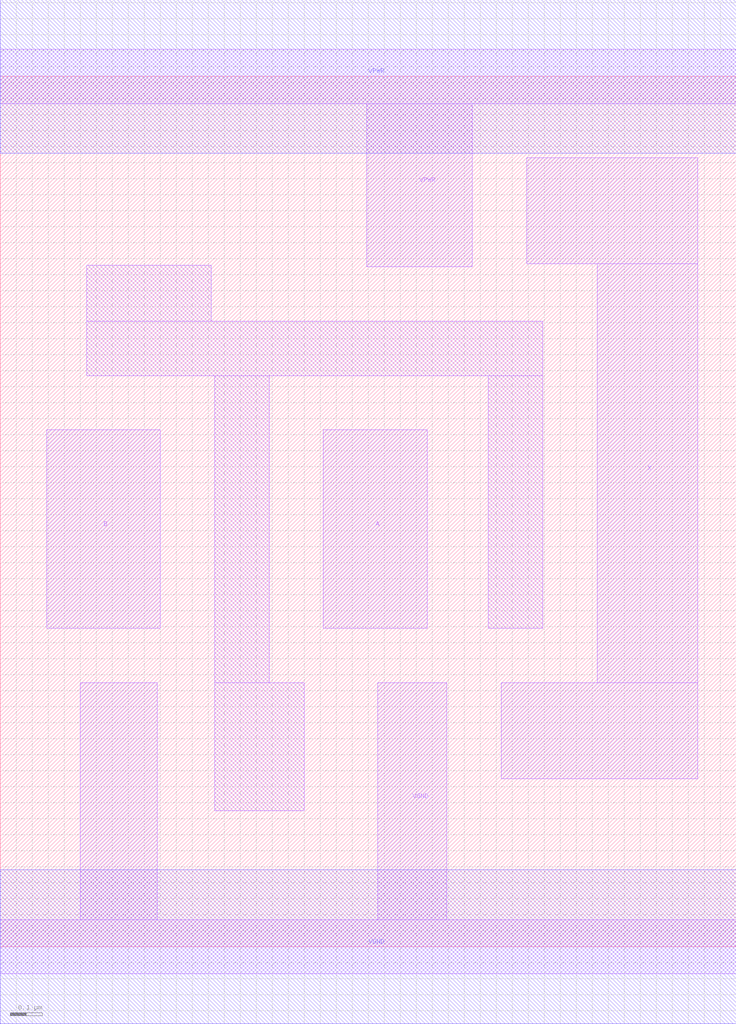
<source format=lef>
# Copyright 2020 The SkyWater PDK Authors
#
# Licensed under the Apache License, Version 2.0 (the "License");
# you may not use this file except in compliance with the License.
# You may obtain a copy of the License at
#
#     https://www.apache.org/licenses/LICENSE-2.0
#
# Unless required by applicable law or agreed to in writing, software
# distributed under the License is distributed on an "AS IS" BASIS,
# WITHOUT WARRANTIES OR CONDITIONS OF ANY KIND, either express or implied.
# See the License for the specific language governing permissions and
# limitations under the License.
#
# SPDX-License-Identifier: Apache-2.0

VERSION 5.5 ;
NAMESCASESENSITIVE ON ;
BUSBITCHARS "[]" ;
DIVIDERCHAR "/" ;
MACRO sky130_fd_sc_hd__or2_0
  CLASS CORE ;
  SOURCE USER ;
  ORIGIN  0.000000  0.000000 ;
  SIZE  2.300000 BY  2.720000 ;
  SYMMETRY X Y R90 ;
  SITE unithd ;
  PIN A
    ANTENNAGATEAREA  0.126000 ;
    DIRECTION INPUT ;
    USE SIGNAL ;
    PORT
      LAYER li1 ;
        RECT 1.010000 0.995000 1.335000 1.615000 ;
    END
  END A
  PIN B
    ANTENNAGATEAREA  0.126000 ;
    DIRECTION INPUT ;
    USE SIGNAL ;
    PORT
      LAYER li1 ;
        RECT 0.145000 0.995000 0.500000 1.615000 ;
    END
  END B
  PIN X
    ANTENNADIFFAREA  0.326800 ;
    DIRECTION OUTPUT ;
    USE SIGNAL ;
    PORT
      LAYER li1 ;
        RECT 1.565000 0.525000 2.180000 0.825000 ;
        RECT 1.645000 2.135000 2.180000 2.465000 ;
        RECT 1.865000 0.825000 2.180000 2.135000 ;
    END
  END X
  PIN VGND
    DIRECTION INOUT ;
    SHAPE ABUTMENT ;
    USE GROUND ;
    PORT
      LAYER li1 ;
        RECT 0.000000 -0.085000 2.300000 0.085000 ;
        RECT 0.250000  0.085000 0.490000 0.825000 ;
        RECT 1.180000  0.085000 1.395000 0.825000 ;
    END
    PORT
      LAYER met1 ;
        RECT 0.000000 -0.240000 2.300000 0.240000 ;
    END
  END VGND
  PIN VPWR
    DIRECTION INOUT ;
    SHAPE ABUTMENT ;
    USE POWER ;
    PORT
      LAYER li1 ;
        RECT 0.000000 2.635000 2.300000 2.805000 ;
        RECT 1.145000 2.125000 1.475000 2.635000 ;
    END
    PORT
      LAYER met1 ;
        RECT 0.000000 2.480000 2.300000 2.960000 ;
    END
  END VPWR
  OBS
    LAYER li1 ;
      RECT 0.270000 1.785000 1.695000 1.955000 ;
      RECT 0.270000 1.955000 0.660000 2.130000 ;
      RECT 0.670000 0.425000 0.950000 0.825000 ;
      RECT 0.670000 0.825000 0.840000 1.785000 ;
      RECT 1.525000 0.995000 1.695000 1.785000 ;
  END
END sky130_fd_sc_hd__or2_0

</source>
